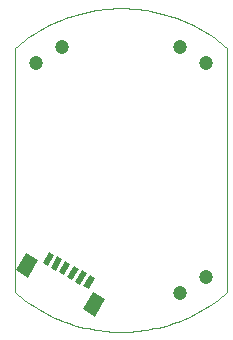
<source format=gts>
G75*
%MOIN*%
%OFA0B0*%
%FSLAX25Y25*%
%IPPOS*%
%LPD*%
%AMOC8*
5,1,8,0,0,1.08239X$1,22.5*
%
%ADD10C,0.00004*%
%ADD11C,0.04724*%
%ADD12R,0.06693X0.04724*%
%ADD13R,0.01969X0.04331*%
D10*
X0001002Y0014273D02*
X0001002Y0095604D01*
X0001002Y0014273D02*
X0002000Y0013424D01*
X0003019Y0012600D01*
X0004057Y0011801D01*
X0005115Y0011027D01*
X0006191Y0010279D01*
X0007285Y0009557D01*
X0008396Y0008863D01*
X0009524Y0008195D01*
X0010667Y0007555D01*
X0011826Y0006943D01*
X0012999Y0006359D01*
X0014186Y0005804D01*
X0015387Y0005278D01*
X0016599Y0004782D01*
X0017824Y0004315D01*
X0019059Y0003877D01*
X0020305Y0003470D01*
X0021560Y0003094D01*
X0022824Y0002748D01*
X0024096Y0002432D01*
X0025375Y0002148D01*
X0026661Y0001895D01*
X0027952Y0001673D01*
X0029249Y0001483D01*
X0030550Y0001324D01*
X0031854Y0001197D01*
X0033161Y0001101D01*
X0034470Y0001038D01*
X0035780Y0001006D01*
X0037090Y0001006D01*
X0038400Y0001038D01*
X0039709Y0001101D01*
X0041016Y0001197D01*
X0042320Y0001324D01*
X0043621Y0001483D01*
X0044918Y0001673D01*
X0046209Y0001895D01*
X0047495Y0002148D01*
X0048774Y0002432D01*
X0050046Y0002748D01*
X0051310Y0003094D01*
X0052565Y0003470D01*
X0053811Y0003877D01*
X0055046Y0004315D01*
X0056271Y0004782D01*
X0057483Y0005278D01*
X0058684Y0005804D01*
X0059871Y0006359D01*
X0061044Y0006943D01*
X0062203Y0007555D01*
X0063346Y0008195D01*
X0064474Y0008863D01*
X0065585Y0009557D01*
X0066679Y0010279D01*
X0067755Y0011027D01*
X0068813Y0011801D01*
X0069851Y0012600D01*
X0070870Y0013424D01*
X0071868Y0014273D01*
X0071868Y0095604D01*
X0070870Y0096453D01*
X0069851Y0097277D01*
X0068813Y0098076D01*
X0067755Y0098850D01*
X0066679Y0099598D01*
X0065585Y0100320D01*
X0064474Y0101014D01*
X0063346Y0101682D01*
X0062203Y0102322D01*
X0061044Y0102934D01*
X0059871Y0103518D01*
X0058684Y0104073D01*
X0057483Y0104599D01*
X0056271Y0105095D01*
X0055046Y0105562D01*
X0053811Y0106000D01*
X0052565Y0106407D01*
X0051310Y0106783D01*
X0050046Y0107129D01*
X0048774Y0107445D01*
X0047495Y0107729D01*
X0046209Y0107982D01*
X0044918Y0108204D01*
X0043621Y0108394D01*
X0042320Y0108553D01*
X0041016Y0108680D01*
X0039709Y0108776D01*
X0038400Y0108839D01*
X0037090Y0108871D01*
X0035780Y0108871D01*
X0034470Y0108839D01*
X0033161Y0108776D01*
X0031854Y0108680D01*
X0030550Y0108553D01*
X0029249Y0108394D01*
X0027952Y0108204D01*
X0026661Y0107982D01*
X0025375Y0107729D01*
X0024096Y0107445D01*
X0022824Y0107129D01*
X0021560Y0106783D01*
X0020305Y0106407D01*
X0019059Y0106000D01*
X0017824Y0105562D01*
X0016599Y0105095D01*
X0015387Y0104599D01*
X0014186Y0104073D01*
X0012999Y0103518D01*
X0011826Y0102934D01*
X0010667Y0102322D01*
X0009524Y0101682D01*
X0008396Y0101014D01*
X0007285Y0100320D01*
X0006191Y0099598D01*
X0005115Y0098850D01*
X0004057Y0098076D01*
X0003019Y0097277D01*
X0002000Y0096453D01*
X0001002Y0095604D01*
D11*
X0008203Y0090687D03*
X0016683Y0095986D03*
X0056187Y0095986D03*
X0064667Y0090687D03*
X0064667Y0019190D03*
X0056187Y0013891D03*
D12*
G36*
X0023780Y0008487D02*
X0027126Y0014281D01*
X0031216Y0011919D01*
X0027870Y0006125D01*
X0023780Y0008487D01*
G37*
G36*
X0001277Y0021480D02*
X0004623Y0027274D01*
X0008713Y0024912D01*
X0005367Y0019118D01*
X0001277Y0021480D01*
G37*
D13*
G36*
X0011953Y0023044D02*
X0010249Y0024028D01*
X0012413Y0027776D01*
X0014117Y0026792D01*
X0011953Y0023044D01*
G37*
G36*
X0014681Y0021469D02*
X0012977Y0022453D01*
X0015141Y0026201D01*
X0016845Y0025217D01*
X0014681Y0021469D01*
G37*
G36*
X0017408Y0019894D02*
X0015704Y0020878D01*
X0017868Y0024626D01*
X0019572Y0023642D01*
X0017408Y0019894D01*
G37*
G36*
X0020136Y0018320D02*
X0018432Y0019304D01*
X0020596Y0023052D01*
X0022300Y0022068D01*
X0020136Y0018320D01*
G37*
G36*
X0022863Y0016745D02*
X0021159Y0017729D01*
X0023323Y0021477D01*
X0025027Y0020493D01*
X0022863Y0016745D01*
G37*
G36*
X0025591Y0015170D02*
X0023887Y0016154D01*
X0026051Y0019902D01*
X0027755Y0018918D01*
X0025591Y0015170D01*
G37*
M02*

</source>
